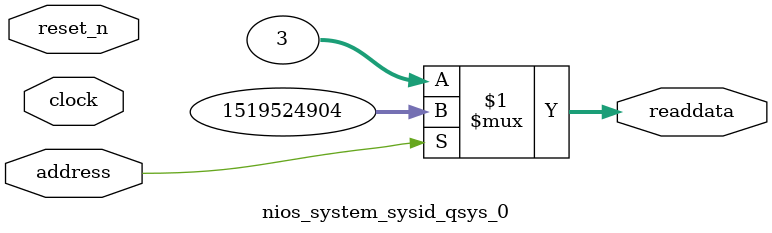
<source format=v>



// synthesis translate_off
`timescale 1ns / 1ps
// synthesis translate_on

// turn off superfluous verilog processor warnings 
// altera message_level Level1 
// altera message_off 10034 10035 10036 10037 10230 10240 10030 

module nios_system_sysid_qsys_0 (
               // inputs:
                address,
                clock,
                reset_n,

               // outputs:
                readdata
             )
;

  output  [ 31: 0] readdata;
  input            address;
  input            clock;
  input            reset_n;

  wire    [ 31: 0] readdata;
  //control_slave, which is an e_avalon_slave
  assign readdata = address ? 1519524904 : 3;

endmodule



</source>
